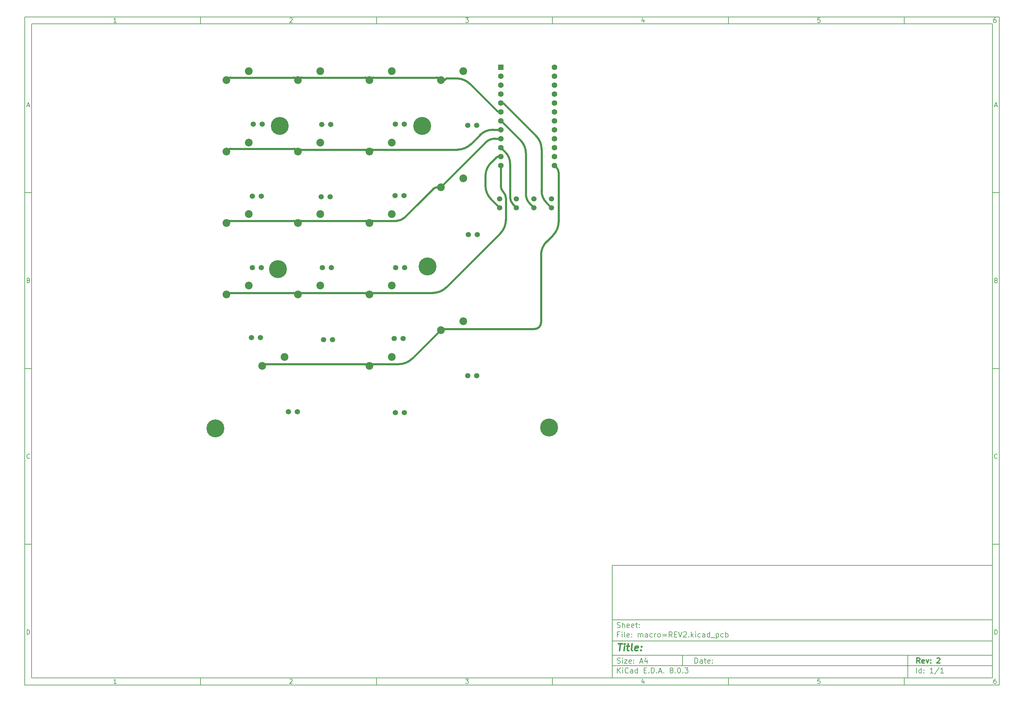
<source format=gbr>
%TF.GenerationSoftware,KiCad,Pcbnew,8.0.3*%
%TF.CreationDate,2024-06-18T21:33:20+02:00*%
%TF.ProjectId,macro=REV2,6d616372-6f3d-4524-9556-322e6b696361,2*%
%TF.SameCoordinates,Original*%
%TF.FileFunction,Copper,L2,Bot*%
%TF.FilePolarity,Positive*%
%FSLAX46Y46*%
G04 Gerber Fmt 4.6, Leading zero omitted, Abs format (unit mm)*
G04 Created by KiCad (PCBNEW 8.0.3) date 2024-06-18 21:33:20*
%MOMM*%
%LPD*%
G01*
G04 APERTURE LIST*
%ADD10C,0.100000*%
%ADD11C,0.150000*%
%ADD12C,0.300000*%
%ADD13C,0.400000*%
%TA.AperFunction,ComponentPad*%
%ADD14C,1.500000*%
%TD*%
%TA.AperFunction,ComponentPad*%
%ADD15C,2.200000*%
%TD*%
%TA.AperFunction,ComponentPad*%
%ADD16C,1.600000*%
%TD*%
%TA.AperFunction,ComponentPad*%
%ADD17R,1.600000X1.600000*%
%TD*%
%TA.AperFunction,ViaPad*%
%ADD18C,5.100000*%
%TD*%
%TA.AperFunction,Conductor*%
%ADD19C,0.600000*%
%TD*%
G04 APERTURE END LIST*
D10*
D11*
X177002200Y-166007200D02*
X285002200Y-166007200D01*
X285002200Y-198007200D01*
X177002200Y-198007200D01*
X177002200Y-166007200D01*
D10*
D11*
X10000000Y-10000000D02*
X287002200Y-10000000D01*
X287002200Y-200007200D01*
X10000000Y-200007200D01*
X10000000Y-10000000D01*
D10*
D11*
X12000000Y-12000000D02*
X285002200Y-12000000D01*
X285002200Y-198007200D01*
X12000000Y-198007200D01*
X12000000Y-12000000D01*
D10*
D11*
X60000000Y-12000000D02*
X60000000Y-10000000D01*
D10*
D11*
X110000000Y-12000000D02*
X110000000Y-10000000D01*
D10*
D11*
X160000000Y-12000000D02*
X160000000Y-10000000D01*
D10*
D11*
X210000000Y-12000000D02*
X210000000Y-10000000D01*
D10*
D11*
X260000000Y-12000000D02*
X260000000Y-10000000D01*
D10*
D11*
X36089160Y-11593604D02*
X35346303Y-11593604D01*
X35717731Y-11593604D02*
X35717731Y-10293604D01*
X35717731Y-10293604D02*
X35593922Y-10479319D01*
X35593922Y-10479319D02*
X35470112Y-10603128D01*
X35470112Y-10603128D02*
X35346303Y-10665033D01*
D10*
D11*
X85346303Y-10417414D02*
X85408207Y-10355509D01*
X85408207Y-10355509D02*
X85532017Y-10293604D01*
X85532017Y-10293604D02*
X85841541Y-10293604D01*
X85841541Y-10293604D02*
X85965350Y-10355509D01*
X85965350Y-10355509D02*
X86027255Y-10417414D01*
X86027255Y-10417414D02*
X86089160Y-10541223D01*
X86089160Y-10541223D02*
X86089160Y-10665033D01*
X86089160Y-10665033D02*
X86027255Y-10850747D01*
X86027255Y-10850747D02*
X85284398Y-11593604D01*
X85284398Y-11593604D02*
X86089160Y-11593604D01*
D10*
D11*
X135284398Y-10293604D02*
X136089160Y-10293604D01*
X136089160Y-10293604D02*
X135655826Y-10788842D01*
X135655826Y-10788842D02*
X135841541Y-10788842D01*
X135841541Y-10788842D02*
X135965350Y-10850747D01*
X135965350Y-10850747D02*
X136027255Y-10912652D01*
X136027255Y-10912652D02*
X136089160Y-11036461D01*
X136089160Y-11036461D02*
X136089160Y-11345985D01*
X136089160Y-11345985D02*
X136027255Y-11469795D01*
X136027255Y-11469795D02*
X135965350Y-11531700D01*
X135965350Y-11531700D02*
X135841541Y-11593604D01*
X135841541Y-11593604D02*
X135470112Y-11593604D01*
X135470112Y-11593604D02*
X135346303Y-11531700D01*
X135346303Y-11531700D02*
X135284398Y-11469795D01*
D10*
D11*
X185965350Y-10726938D02*
X185965350Y-11593604D01*
X185655826Y-10231700D02*
X185346303Y-11160271D01*
X185346303Y-11160271D02*
X186151064Y-11160271D01*
D10*
D11*
X236027255Y-10293604D02*
X235408207Y-10293604D01*
X235408207Y-10293604D02*
X235346303Y-10912652D01*
X235346303Y-10912652D02*
X235408207Y-10850747D01*
X235408207Y-10850747D02*
X235532017Y-10788842D01*
X235532017Y-10788842D02*
X235841541Y-10788842D01*
X235841541Y-10788842D02*
X235965350Y-10850747D01*
X235965350Y-10850747D02*
X236027255Y-10912652D01*
X236027255Y-10912652D02*
X236089160Y-11036461D01*
X236089160Y-11036461D02*
X236089160Y-11345985D01*
X236089160Y-11345985D02*
X236027255Y-11469795D01*
X236027255Y-11469795D02*
X235965350Y-11531700D01*
X235965350Y-11531700D02*
X235841541Y-11593604D01*
X235841541Y-11593604D02*
X235532017Y-11593604D01*
X235532017Y-11593604D02*
X235408207Y-11531700D01*
X235408207Y-11531700D02*
X235346303Y-11469795D01*
D10*
D11*
X285965350Y-10293604D02*
X285717731Y-10293604D01*
X285717731Y-10293604D02*
X285593922Y-10355509D01*
X285593922Y-10355509D02*
X285532017Y-10417414D01*
X285532017Y-10417414D02*
X285408207Y-10603128D01*
X285408207Y-10603128D02*
X285346303Y-10850747D01*
X285346303Y-10850747D02*
X285346303Y-11345985D01*
X285346303Y-11345985D02*
X285408207Y-11469795D01*
X285408207Y-11469795D02*
X285470112Y-11531700D01*
X285470112Y-11531700D02*
X285593922Y-11593604D01*
X285593922Y-11593604D02*
X285841541Y-11593604D01*
X285841541Y-11593604D02*
X285965350Y-11531700D01*
X285965350Y-11531700D02*
X286027255Y-11469795D01*
X286027255Y-11469795D02*
X286089160Y-11345985D01*
X286089160Y-11345985D02*
X286089160Y-11036461D01*
X286089160Y-11036461D02*
X286027255Y-10912652D01*
X286027255Y-10912652D02*
X285965350Y-10850747D01*
X285965350Y-10850747D02*
X285841541Y-10788842D01*
X285841541Y-10788842D02*
X285593922Y-10788842D01*
X285593922Y-10788842D02*
X285470112Y-10850747D01*
X285470112Y-10850747D02*
X285408207Y-10912652D01*
X285408207Y-10912652D02*
X285346303Y-11036461D01*
D10*
D11*
X60000000Y-198007200D02*
X60000000Y-200007200D01*
D10*
D11*
X110000000Y-198007200D02*
X110000000Y-200007200D01*
D10*
D11*
X160000000Y-198007200D02*
X160000000Y-200007200D01*
D10*
D11*
X210000000Y-198007200D02*
X210000000Y-200007200D01*
D10*
D11*
X260000000Y-198007200D02*
X260000000Y-200007200D01*
D10*
D11*
X36089160Y-199600804D02*
X35346303Y-199600804D01*
X35717731Y-199600804D02*
X35717731Y-198300804D01*
X35717731Y-198300804D02*
X35593922Y-198486519D01*
X35593922Y-198486519D02*
X35470112Y-198610328D01*
X35470112Y-198610328D02*
X35346303Y-198672233D01*
D10*
D11*
X85346303Y-198424614D02*
X85408207Y-198362709D01*
X85408207Y-198362709D02*
X85532017Y-198300804D01*
X85532017Y-198300804D02*
X85841541Y-198300804D01*
X85841541Y-198300804D02*
X85965350Y-198362709D01*
X85965350Y-198362709D02*
X86027255Y-198424614D01*
X86027255Y-198424614D02*
X86089160Y-198548423D01*
X86089160Y-198548423D02*
X86089160Y-198672233D01*
X86089160Y-198672233D02*
X86027255Y-198857947D01*
X86027255Y-198857947D02*
X85284398Y-199600804D01*
X85284398Y-199600804D02*
X86089160Y-199600804D01*
D10*
D11*
X135284398Y-198300804D02*
X136089160Y-198300804D01*
X136089160Y-198300804D02*
X135655826Y-198796042D01*
X135655826Y-198796042D02*
X135841541Y-198796042D01*
X135841541Y-198796042D02*
X135965350Y-198857947D01*
X135965350Y-198857947D02*
X136027255Y-198919852D01*
X136027255Y-198919852D02*
X136089160Y-199043661D01*
X136089160Y-199043661D02*
X136089160Y-199353185D01*
X136089160Y-199353185D02*
X136027255Y-199476995D01*
X136027255Y-199476995D02*
X135965350Y-199538900D01*
X135965350Y-199538900D02*
X135841541Y-199600804D01*
X135841541Y-199600804D02*
X135470112Y-199600804D01*
X135470112Y-199600804D02*
X135346303Y-199538900D01*
X135346303Y-199538900D02*
X135284398Y-199476995D01*
D10*
D11*
X185965350Y-198734138D02*
X185965350Y-199600804D01*
X185655826Y-198238900D02*
X185346303Y-199167471D01*
X185346303Y-199167471D02*
X186151064Y-199167471D01*
D10*
D11*
X236027255Y-198300804D02*
X235408207Y-198300804D01*
X235408207Y-198300804D02*
X235346303Y-198919852D01*
X235346303Y-198919852D02*
X235408207Y-198857947D01*
X235408207Y-198857947D02*
X235532017Y-198796042D01*
X235532017Y-198796042D02*
X235841541Y-198796042D01*
X235841541Y-198796042D02*
X235965350Y-198857947D01*
X235965350Y-198857947D02*
X236027255Y-198919852D01*
X236027255Y-198919852D02*
X236089160Y-199043661D01*
X236089160Y-199043661D02*
X236089160Y-199353185D01*
X236089160Y-199353185D02*
X236027255Y-199476995D01*
X236027255Y-199476995D02*
X235965350Y-199538900D01*
X235965350Y-199538900D02*
X235841541Y-199600804D01*
X235841541Y-199600804D02*
X235532017Y-199600804D01*
X235532017Y-199600804D02*
X235408207Y-199538900D01*
X235408207Y-199538900D02*
X235346303Y-199476995D01*
D10*
D11*
X285965350Y-198300804D02*
X285717731Y-198300804D01*
X285717731Y-198300804D02*
X285593922Y-198362709D01*
X285593922Y-198362709D02*
X285532017Y-198424614D01*
X285532017Y-198424614D02*
X285408207Y-198610328D01*
X285408207Y-198610328D02*
X285346303Y-198857947D01*
X285346303Y-198857947D02*
X285346303Y-199353185D01*
X285346303Y-199353185D02*
X285408207Y-199476995D01*
X285408207Y-199476995D02*
X285470112Y-199538900D01*
X285470112Y-199538900D02*
X285593922Y-199600804D01*
X285593922Y-199600804D02*
X285841541Y-199600804D01*
X285841541Y-199600804D02*
X285965350Y-199538900D01*
X285965350Y-199538900D02*
X286027255Y-199476995D01*
X286027255Y-199476995D02*
X286089160Y-199353185D01*
X286089160Y-199353185D02*
X286089160Y-199043661D01*
X286089160Y-199043661D02*
X286027255Y-198919852D01*
X286027255Y-198919852D02*
X285965350Y-198857947D01*
X285965350Y-198857947D02*
X285841541Y-198796042D01*
X285841541Y-198796042D02*
X285593922Y-198796042D01*
X285593922Y-198796042D02*
X285470112Y-198857947D01*
X285470112Y-198857947D02*
X285408207Y-198919852D01*
X285408207Y-198919852D02*
X285346303Y-199043661D01*
D10*
D11*
X10000000Y-60000000D02*
X12000000Y-60000000D01*
D10*
D11*
X10000000Y-110000000D02*
X12000000Y-110000000D01*
D10*
D11*
X10000000Y-160000000D02*
X12000000Y-160000000D01*
D10*
D11*
X10690476Y-35222176D02*
X11309523Y-35222176D01*
X10566666Y-35593604D02*
X10999999Y-34293604D01*
X10999999Y-34293604D02*
X11433333Y-35593604D01*
D10*
D11*
X11092857Y-84912652D02*
X11278571Y-84974557D01*
X11278571Y-84974557D02*
X11340476Y-85036461D01*
X11340476Y-85036461D02*
X11402380Y-85160271D01*
X11402380Y-85160271D02*
X11402380Y-85345985D01*
X11402380Y-85345985D02*
X11340476Y-85469795D01*
X11340476Y-85469795D02*
X11278571Y-85531700D01*
X11278571Y-85531700D02*
X11154761Y-85593604D01*
X11154761Y-85593604D02*
X10659523Y-85593604D01*
X10659523Y-85593604D02*
X10659523Y-84293604D01*
X10659523Y-84293604D02*
X11092857Y-84293604D01*
X11092857Y-84293604D02*
X11216666Y-84355509D01*
X11216666Y-84355509D02*
X11278571Y-84417414D01*
X11278571Y-84417414D02*
X11340476Y-84541223D01*
X11340476Y-84541223D02*
X11340476Y-84665033D01*
X11340476Y-84665033D02*
X11278571Y-84788842D01*
X11278571Y-84788842D02*
X11216666Y-84850747D01*
X11216666Y-84850747D02*
X11092857Y-84912652D01*
X11092857Y-84912652D02*
X10659523Y-84912652D01*
D10*
D11*
X11402380Y-135469795D02*
X11340476Y-135531700D01*
X11340476Y-135531700D02*
X11154761Y-135593604D01*
X11154761Y-135593604D02*
X11030952Y-135593604D01*
X11030952Y-135593604D02*
X10845238Y-135531700D01*
X10845238Y-135531700D02*
X10721428Y-135407890D01*
X10721428Y-135407890D02*
X10659523Y-135284080D01*
X10659523Y-135284080D02*
X10597619Y-135036461D01*
X10597619Y-135036461D02*
X10597619Y-134850747D01*
X10597619Y-134850747D02*
X10659523Y-134603128D01*
X10659523Y-134603128D02*
X10721428Y-134479319D01*
X10721428Y-134479319D02*
X10845238Y-134355509D01*
X10845238Y-134355509D02*
X11030952Y-134293604D01*
X11030952Y-134293604D02*
X11154761Y-134293604D01*
X11154761Y-134293604D02*
X11340476Y-134355509D01*
X11340476Y-134355509D02*
X11402380Y-134417414D01*
D10*
D11*
X10659523Y-185593604D02*
X10659523Y-184293604D01*
X10659523Y-184293604D02*
X10969047Y-184293604D01*
X10969047Y-184293604D02*
X11154761Y-184355509D01*
X11154761Y-184355509D02*
X11278571Y-184479319D01*
X11278571Y-184479319D02*
X11340476Y-184603128D01*
X11340476Y-184603128D02*
X11402380Y-184850747D01*
X11402380Y-184850747D02*
X11402380Y-185036461D01*
X11402380Y-185036461D02*
X11340476Y-185284080D01*
X11340476Y-185284080D02*
X11278571Y-185407890D01*
X11278571Y-185407890D02*
X11154761Y-185531700D01*
X11154761Y-185531700D02*
X10969047Y-185593604D01*
X10969047Y-185593604D02*
X10659523Y-185593604D01*
D10*
D11*
X287002200Y-60000000D02*
X285002200Y-60000000D01*
D10*
D11*
X287002200Y-110000000D02*
X285002200Y-110000000D01*
D10*
D11*
X287002200Y-160000000D02*
X285002200Y-160000000D01*
D10*
D11*
X285692676Y-35222176D02*
X286311723Y-35222176D01*
X285568866Y-35593604D02*
X286002199Y-34293604D01*
X286002199Y-34293604D02*
X286435533Y-35593604D01*
D10*
D11*
X286095057Y-84912652D02*
X286280771Y-84974557D01*
X286280771Y-84974557D02*
X286342676Y-85036461D01*
X286342676Y-85036461D02*
X286404580Y-85160271D01*
X286404580Y-85160271D02*
X286404580Y-85345985D01*
X286404580Y-85345985D02*
X286342676Y-85469795D01*
X286342676Y-85469795D02*
X286280771Y-85531700D01*
X286280771Y-85531700D02*
X286156961Y-85593604D01*
X286156961Y-85593604D02*
X285661723Y-85593604D01*
X285661723Y-85593604D02*
X285661723Y-84293604D01*
X285661723Y-84293604D02*
X286095057Y-84293604D01*
X286095057Y-84293604D02*
X286218866Y-84355509D01*
X286218866Y-84355509D02*
X286280771Y-84417414D01*
X286280771Y-84417414D02*
X286342676Y-84541223D01*
X286342676Y-84541223D02*
X286342676Y-84665033D01*
X286342676Y-84665033D02*
X286280771Y-84788842D01*
X286280771Y-84788842D02*
X286218866Y-84850747D01*
X286218866Y-84850747D02*
X286095057Y-84912652D01*
X286095057Y-84912652D02*
X285661723Y-84912652D01*
D10*
D11*
X286404580Y-135469795D02*
X286342676Y-135531700D01*
X286342676Y-135531700D02*
X286156961Y-135593604D01*
X286156961Y-135593604D02*
X286033152Y-135593604D01*
X286033152Y-135593604D02*
X285847438Y-135531700D01*
X285847438Y-135531700D02*
X285723628Y-135407890D01*
X285723628Y-135407890D02*
X285661723Y-135284080D01*
X285661723Y-135284080D02*
X285599819Y-135036461D01*
X285599819Y-135036461D02*
X285599819Y-134850747D01*
X285599819Y-134850747D02*
X285661723Y-134603128D01*
X285661723Y-134603128D02*
X285723628Y-134479319D01*
X285723628Y-134479319D02*
X285847438Y-134355509D01*
X285847438Y-134355509D02*
X286033152Y-134293604D01*
X286033152Y-134293604D02*
X286156961Y-134293604D01*
X286156961Y-134293604D02*
X286342676Y-134355509D01*
X286342676Y-134355509D02*
X286404580Y-134417414D01*
D10*
D11*
X285661723Y-185593604D02*
X285661723Y-184293604D01*
X285661723Y-184293604D02*
X285971247Y-184293604D01*
X285971247Y-184293604D02*
X286156961Y-184355509D01*
X286156961Y-184355509D02*
X286280771Y-184479319D01*
X286280771Y-184479319D02*
X286342676Y-184603128D01*
X286342676Y-184603128D02*
X286404580Y-184850747D01*
X286404580Y-184850747D02*
X286404580Y-185036461D01*
X286404580Y-185036461D02*
X286342676Y-185284080D01*
X286342676Y-185284080D02*
X286280771Y-185407890D01*
X286280771Y-185407890D02*
X286156961Y-185531700D01*
X286156961Y-185531700D02*
X285971247Y-185593604D01*
X285971247Y-185593604D02*
X285661723Y-185593604D01*
D10*
D11*
X200458026Y-193793328D02*
X200458026Y-192293328D01*
X200458026Y-192293328D02*
X200815169Y-192293328D01*
X200815169Y-192293328D02*
X201029455Y-192364757D01*
X201029455Y-192364757D02*
X201172312Y-192507614D01*
X201172312Y-192507614D02*
X201243741Y-192650471D01*
X201243741Y-192650471D02*
X201315169Y-192936185D01*
X201315169Y-192936185D02*
X201315169Y-193150471D01*
X201315169Y-193150471D02*
X201243741Y-193436185D01*
X201243741Y-193436185D02*
X201172312Y-193579042D01*
X201172312Y-193579042D02*
X201029455Y-193721900D01*
X201029455Y-193721900D02*
X200815169Y-193793328D01*
X200815169Y-193793328D02*
X200458026Y-193793328D01*
X202600884Y-193793328D02*
X202600884Y-193007614D01*
X202600884Y-193007614D02*
X202529455Y-192864757D01*
X202529455Y-192864757D02*
X202386598Y-192793328D01*
X202386598Y-192793328D02*
X202100884Y-192793328D01*
X202100884Y-192793328D02*
X201958026Y-192864757D01*
X202600884Y-193721900D02*
X202458026Y-193793328D01*
X202458026Y-193793328D02*
X202100884Y-193793328D01*
X202100884Y-193793328D02*
X201958026Y-193721900D01*
X201958026Y-193721900D02*
X201886598Y-193579042D01*
X201886598Y-193579042D02*
X201886598Y-193436185D01*
X201886598Y-193436185D02*
X201958026Y-193293328D01*
X201958026Y-193293328D02*
X202100884Y-193221900D01*
X202100884Y-193221900D02*
X202458026Y-193221900D01*
X202458026Y-193221900D02*
X202600884Y-193150471D01*
X203100884Y-192793328D02*
X203672312Y-192793328D01*
X203315169Y-192293328D02*
X203315169Y-193579042D01*
X203315169Y-193579042D02*
X203386598Y-193721900D01*
X203386598Y-193721900D02*
X203529455Y-193793328D01*
X203529455Y-193793328D02*
X203672312Y-193793328D01*
X204743741Y-193721900D02*
X204600884Y-193793328D01*
X204600884Y-193793328D02*
X204315170Y-193793328D01*
X204315170Y-193793328D02*
X204172312Y-193721900D01*
X204172312Y-193721900D02*
X204100884Y-193579042D01*
X204100884Y-193579042D02*
X204100884Y-193007614D01*
X204100884Y-193007614D02*
X204172312Y-192864757D01*
X204172312Y-192864757D02*
X204315170Y-192793328D01*
X204315170Y-192793328D02*
X204600884Y-192793328D01*
X204600884Y-192793328D02*
X204743741Y-192864757D01*
X204743741Y-192864757D02*
X204815170Y-193007614D01*
X204815170Y-193007614D02*
X204815170Y-193150471D01*
X204815170Y-193150471D02*
X204100884Y-193293328D01*
X205458026Y-193650471D02*
X205529455Y-193721900D01*
X205529455Y-193721900D02*
X205458026Y-193793328D01*
X205458026Y-193793328D02*
X205386598Y-193721900D01*
X205386598Y-193721900D02*
X205458026Y-193650471D01*
X205458026Y-193650471D02*
X205458026Y-193793328D01*
X205458026Y-192864757D02*
X205529455Y-192936185D01*
X205529455Y-192936185D02*
X205458026Y-193007614D01*
X205458026Y-193007614D02*
X205386598Y-192936185D01*
X205386598Y-192936185D02*
X205458026Y-192864757D01*
X205458026Y-192864757D02*
X205458026Y-193007614D01*
D10*
D11*
X177002200Y-194507200D02*
X285002200Y-194507200D01*
D10*
D11*
X178458026Y-196593328D02*
X178458026Y-195093328D01*
X179315169Y-196593328D02*
X178672312Y-195736185D01*
X179315169Y-195093328D02*
X178458026Y-195950471D01*
X179958026Y-196593328D02*
X179958026Y-195593328D01*
X179958026Y-195093328D02*
X179886598Y-195164757D01*
X179886598Y-195164757D02*
X179958026Y-195236185D01*
X179958026Y-195236185D02*
X180029455Y-195164757D01*
X180029455Y-195164757D02*
X179958026Y-195093328D01*
X179958026Y-195093328D02*
X179958026Y-195236185D01*
X181529455Y-196450471D02*
X181458027Y-196521900D01*
X181458027Y-196521900D02*
X181243741Y-196593328D01*
X181243741Y-196593328D02*
X181100884Y-196593328D01*
X181100884Y-196593328D02*
X180886598Y-196521900D01*
X180886598Y-196521900D02*
X180743741Y-196379042D01*
X180743741Y-196379042D02*
X180672312Y-196236185D01*
X180672312Y-196236185D02*
X180600884Y-195950471D01*
X180600884Y-195950471D02*
X180600884Y-195736185D01*
X180600884Y-195736185D02*
X180672312Y-195450471D01*
X180672312Y-195450471D02*
X180743741Y-195307614D01*
X180743741Y-195307614D02*
X180886598Y-195164757D01*
X180886598Y-195164757D02*
X181100884Y-195093328D01*
X181100884Y-195093328D02*
X181243741Y-195093328D01*
X181243741Y-195093328D02*
X181458027Y-195164757D01*
X181458027Y-195164757D02*
X181529455Y-195236185D01*
X182815170Y-196593328D02*
X182815170Y-195807614D01*
X182815170Y-195807614D02*
X182743741Y-195664757D01*
X182743741Y-195664757D02*
X182600884Y-195593328D01*
X182600884Y-195593328D02*
X182315170Y-195593328D01*
X182315170Y-195593328D02*
X182172312Y-195664757D01*
X182815170Y-196521900D02*
X182672312Y-196593328D01*
X182672312Y-196593328D02*
X182315170Y-196593328D01*
X182315170Y-196593328D02*
X182172312Y-196521900D01*
X182172312Y-196521900D02*
X182100884Y-196379042D01*
X182100884Y-196379042D02*
X182100884Y-196236185D01*
X182100884Y-196236185D02*
X182172312Y-196093328D01*
X182172312Y-196093328D02*
X182315170Y-196021900D01*
X182315170Y-196021900D02*
X182672312Y-196021900D01*
X182672312Y-196021900D02*
X182815170Y-195950471D01*
X184172313Y-196593328D02*
X184172313Y-195093328D01*
X184172313Y-196521900D02*
X184029455Y-196593328D01*
X184029455Y-196593328D02*
X183743741Y-196593328D01*
X183743741Y-196593328D02*
X183600884Y-196521900D01*
X183600884Y-196521900D02*
X183529455Y-196450471D01*
X183529455Y-196450471D02*
X183458027Y-196307614D01*
X183458027Y-196307614D02*
X183458027Y-195879042D01*
X183458027Y-195879042D02*
X183529455Y-195736185D01*
X183529455Y-195736185D02*
X183600884Y-195664757D01*
X183600884Y-195664757D02*
X183743741Y-195593328D01*
X183743741Y-195593328D02*
X184029455Y-195593328D01*
X184029455Y-195593328D02*
X184172313Y-195664757D01*
X186029455Y-195807614D02*
X186529455Y-195807614D01*
X186743741Y-196593328D02*
X186029455Y-196593328D01*
X186029455Y-196593328D02*
X186029455Y-195093328D01*
X186029455Y-195093328D02*
X186743741Y-195093328D01*
X187386598Y-196450471D02*
X187458027Y-196521900D01*
X187458027Y-196521900D02*
X187386598Y-196593328D01*
X187386598Y-196593328D02*
X187315170Y-196521900D01*
X187315170Y-196521900D02*
X187386598Y-196450471D01*
X187386598Y-196450471D02*
X187386598Y-196593328D01*
X188100884Y-196593328D02*
X188100884Y-195093328D01*
X188100884Y-195093328D02*
X188458027Y-195093328D01*
X188458027Y-195093328D02*
X188672313Y-195164757D01*
X188672313Y-195164757D02*
X188815170Y-195307614D01*
X188815170Y-195307614D02*
X188886599Y-195450471D01*
X188886599Y-195450471D02*
X188958027Y-195736185D01*
X188958027Y-195736185D02*
X188958027Y-195950471D01*
X188958027Y-195950471D02*
X188886599Y-196236185D01*
X188886599Y-196236185D02*
X188815170Y-196379042D01*
X188815170Y-196379042D02*
X188672313Y-196521900D01*
X188672313Y-196521900D02*
X188458027Y-196593328D01*
X188458027Y-196593328D02*
X188100884Y-196593328D01*
X189600884Y-196450471D02*
X189672313Y-196521900D01*
X189672313Y-196521900D02*
X189600884Y-196593328D01*
X189600884Y-196593328D02*
X189529456Y-196521900D01*
X189529456Y-196521900D02*
X189600884Y-196450471D01*
X189600884Y-196450471D02*
X189600884Y-196593328D01*
X190243742Y-196164757D02*
X190958028Y-196164757D01*
X190100885Y-196593328D02*
X190600885Y-195093328D01*
X190600885Y-195093328D02*
X191100885Y-196593328D01*
X191600884Y-196450471D02*
X191672313Y-196521900D01*
X191672313Y-196521900D02*
X191600884Y-196593328D01*
X191600884Y-196593328D02*
X191529456Y-196521900D01*
X191529456Y-196521900D02*
X191600884Y-196450471D01*
X191600884Y-196450471D02*
X191600884Y-196593328D01*
X193672313Y-195736185D02*
X193529456Y-195664757D01*
X193529456Y-195664757D02*
X193458027Y-195593328D01*
X193458027Y-195593328D02*
X193386599Y-195450471D01*
X193386599Y-195450471D02*
X193386599Y-195379042D01*
X193386599Y-195379042D02*
X193458027Y-195236185D01*
X193458027Y-195236185D02*
X193529456Y-195164757D01*
X193529456Y-195164757D02*
X193672313Y-195093328D01*
X193672313Y-195093328D02*
X193958027Y-195093328D01*
X193958027Y-195093328D02*
X194100885Y-195164757D01*
X194100885Y-195164757D02*
X194172313Y-195236185D01*
X194172313Y-195236185D02*
X194243742Y-195379042D01*
X194243742Y-195379042D02*
X194243742Y-195450471D01*
X194243742Y-195450471D02*
X194172313Y-195593328D01*
X194172313Y-195593328D02*
X194100885Y-195664757D01*
X194100885Y-195664757D02*
X193958027Y-195736185D01*
X193958027Y-195736185D02*
X193672313Y-195736185D01*
X193672313Y-195736185D02*
X193529456Y-195807614D01*
X193529456Y-195807614D02*
X193458027Y-195879042D01*
X193458027Y-195879042D02*
X193386599Y-196021900D01*
X193386599Y-196021900D02*
X193386599Y-196307614D01*
X193386599Y-196307614D02*
X193458027Y-196450471D01*
X193458027Y-196450471D02*
X193529456Y-196521900D01*
X193529456Y-196521900D02*
X193672313Y-196593328D01*
X193672313Y-196593328D02*
X193958027Y-196593328D01*
X193958027Y-196593328D02*
X194100885Y-196521900D01*
X194100885Y-196521900D02*
X194172313Y-196450471D01*
X194172313Y-196450471D02*
X194243742Y-196307614D01*
X194243742Y-196307614D02*
X194243742Y-196021900D01*
X194243742Y-196021900D02*
X194172313Y-195879042D01*
X194172313Y-195879042D02*
X194100885Y-195807614D01*
X194100885Y-195807614D02*
X193958027Y-195736185D01*
X194886598Y-196450471D02*
X194958027Y-196521900D01*
X194958027Y-196521900D02*
X194886598Y-196593328D01*
X194886598Y-196593328D02*
X194815170Y-196521900D01*
X194815170Y-196521900D02*
X194886598Y-196450471D01*
X194886598Y-196450471D02*
X194886598Y-196593328D01*
X195886599Y-195093328D02*
X196029456Y-195093328D01*
X196029456Y-195093328D02*
X196172313Y-195164757D01*
X196172313Y-195164757D02*
X196243742Y-195236185D01*
X196243742Y-195236185D02*
X196315170Y-195379042D01*
X196315170Y-195379042D02*
X196386599Y-195664757D01*
X196386599Y-195664757D02*
X196386599Y-196021900D01*
X196386599Y-196021900D02*
X196315170Y-196307614D01*
X196315170Y-196307614D02*
X196243742Y-196450471D01*
X196243742Y-196450471D02*
X196172313Y-196521900D01*
X196172313Y-196521900D02*
X196029456Y-196593328D01*
X196029456Y-196593328D02*
X195886599Y-196593328D01*
X195886599Y-196593328D02*
X195743742Y-196521900D01*
X195743742Y-196521900D02*
X195672313Y-196450471D01*
X195672313Y-196450471D02*
X195600884Y-196307614D01*
X195600884Y-196307614D02*
X195529456Y-196021900D01*
X195529456Y-196021900D02*
X195529456Y-195664757D01*
X195529456Y-195664757D02*
X195600884Y-195379042D01*
X195600884Y-195379042D02*
X195672313Y-195236185D01*
X195672313Y-195236185D02*
X195743742Y-195164757D01*
X195743742Y-195164757D02*
X195886599Y-195093328D01*
X197029455Y-196450471D02*
X197100884Y-196521900D01*
X197100884Y-196521900D02*
X197029455Y-196593328D01*
X197029455Y-196593328D02*
X196958027Y-196521900D01*
X196958027Y-196521900D02*
X197029455Y-196450471D01*
X197029455Y-196450471D02*
X197029455Y-196593328D01*
X197600884Y-195093328D02*
X198529456Y-195093328D01*
X198529456Y-195093328D02*
X198029456Y-195664757D01*
X198029456Y-195664757D02*
X198243741Y-195664757D01*
X198243741Y-195664757D02*
X198386599Y-195736185D01*
X198386599Y-195736185D02*
X198458027Y-195807614D01*
X198458027Y-195807614D02*
X198529456Y-195950471D01*
X198529456Y-195950471D02*
X198529456Y-196307614D01*
X198529456Y-196307614D02*
X198458027Y-196450471D01*
X198458027Y-196450471D02*
X198386599Y-196521900D01*
X198386599Y-196521900D02*
X198243741Y-196593328D01*
X198243741Y-196593328D02*
X197815170Y-196593328D01*
X197815170Y-196593328D02*
X197672313Y-196521900D01*
X197672313Y-196521900D02*
X197600884Y-196450471D01*
D10*
D11*
X177002200Y-191507200D02*
X285002200Y-191507200D01*
D10*
D12*
X264413853Y-193785528D02*
X263913853Y-193071242D01*
X263556710Y-193785528D02*
X263556710Y-192285528D01*
X263556710Y-192285528D02*
X264128139Y-192285528D01*
X264128139Y-192285528D02*
X264270996Y-192356957D01*
X264270996Y-192356957D02*
X264342425Y-192428385D01*
X264342425Y-192428385D02*
X264413853Y-192571242D01*
X264413853Y-192571242D02*
X264413853Y-192785528D01*
X264413853Y-192785528D02*
X264342425Y-192928385D01*
X264342425Y-192928385D02*
X264270996Y-192999814D01*
X264270996Y-192999814D02*
X264128139Y-193071242D01*
X264128139Y-193071242D02*
X263556710Y-193071242D01*
X265628139Y-193714100D02*
X265485282Y-193785528D01*
X265485282Y-193785528D02*
X265199568Y-193785528D01*
X265199568Y-193785528D02*
X265056710Y-193714100D01*
X265056710Y-193714100D02*
X264985282Y-193571242D01*
X264985282Y-193571242D02*
X264985282Y-192999814D01*
X264985282Y-192999814D02*
X265056710Y-192856957D01*
X265056710Y-192856957D02*
X265199568Y-192785528D01*
X265199568Y-192785528D02*
X265485282Y-192785528D01*
X265485282Y-192785528D02*
X265628139Y-192856957D01*
X265628139Y-192856957D02*
X265699568Y-192999814D01*
X265699568Y-192999814D02*
X265699568Y-193142671D01*
X265699568Y-193142671D02*
X264985282Y-193285528D01*
X266199567Y-192785528D02*
X266556710Y-193785528D01*
X266556710Y-193785528D02*
X266913853Y-192785528D01*
X267485281Y-193642671D02*
X267556710Y-193714100D01*
X267556710Y-193714100D02*
X267485281Y-193785528D01*
X267485281Y-193785528D02*
X267413853Y-193714100D01*
X267413853Y-193714100D02*
X267485281Y-193642671D01*
X267485281Y-193642671D02*
X267485281Y-193785528D01*
X267485281Y-192856957D02*
X267556710Y-192928385D01*
X267556710Y-192928385D02*
X267485281Y-192999814D01*
X267485281Y-192999814D02*
X267413853Y-192928385D01*
X267413853Y-192928385D02*
X267485281Y-192856957D01*
X267485281Y-192856957D02*
X267485281Y-192999814D01*
X269270996Y-192428385D02*
X269342424Y-192356957D01*
X269342424Y-192356957D02*
X269485282Y-192285528D01*
X269485282Y-192285528D02*
X269842424Y-192285528D01*
X269842424Y-192285528D02*
X269985282Y-192356957D01*
X269985282Y-192356957D02*
X270056710Y-192428385D01*
X270056710Y-192428385D02*
X270128139Y-192571242D01*
X270128139Y-192571242D02*
X270128139Y-192714100D01*
X270128139Y-192714100D02*
X270056710Y-192928385D01*
X270056710Y-192928385D02*
X269199567Y-193785528D01*
X269199567Y-193785528D02*
X270128139Y-193785528D01*
D10*
D11*
X178386598Y-193721900D02*
X178600884Y-193793328D01*
X178600884Y-193793328D02*
X178958026Y-193793328D01*
X178958026Y-193793328D02*
X179100884Y-193721900D01*
X179100884Y-193721900D02*
X179172312Y-193650471D01*
X179172312Y-193650471D02*
X179243741Y-193507614D01*
X179243741Y-193507614D02*
X179243741Y-193364757D01*
X179243741Y-193364757D02*
X179172312Y-193221900D01*
X179172312Y-193221900D02*
X179100884Y-193150471D01*
X179100884Y-193150471D02*
X178958026Y-193079042D01*
X178958026Y-193079042D02*
X178672312Y-193007614D01*
X178672312Y-193007614D02*
X178529455Y-192936185D01*
X178529455Y-192936185D02*
X178458026Y-192864757D01*
X178458026Y-192864757D02*
X178386598Y-192721900D01*
X178386598Y-192721900D02*
X178386598Y-192579042D01*
X178386598Y-192579042D02*
X178458026Y-192436185D01*
X178458026Y-192436185D02*
X178529455Y-192364757D01*
X178529455Y-192364757D02*
X178672312Y-192293328D01*
X178672312Y-192293328D02*
X179029455Y-192293328D01*
X179029455Y-192293328D02*
X179243741Y-192364757D01*
X179886597Y-193793328D02*
X179886597Y-192793328D01*
X179886597Y-192293328D02*
X179815169Y-192364757D01*
X179815169Y-192364757D02*
X179886597Y-192436185D01*
X179886597Y-192436185D02*
X179958026Y-192364757D01*
X179958026Y-192364757D02*
X179886597Y-192293328D01*
X179886597Y-192293328D02*
X179886597Y-192436185D01*
X180458026Y-192793328D02*
X181243741Y-192793328D01*
X181243741Y-192793328D02*
X180458026Y-193793328D01*
X180458026Y-193793328D02*
X181243741Y-193793328D01*
X182386598Y-193721900D02*
X182243741Y-193793328D01*
X182243741Y-193793328D02*
X181958027Y-193793328D01*
X181958027Y-193793328D02*
X181815169Y-193721900D01*
X181815169Y-193721900D02*
X181743741Y-193579042D01*
X181743741Y-193579042D02*
X181743741Y-193007614D01*
X181743741Y-193007614D02*
X181815169Y-192864757D01*
X181815169Y-192864757D02*
X181958027Y-192793328D01*
X181958027Y-192793328D02*
X182243741Y-192793328D01*
X182243741Y-192793328D02*
X182386598Y-192864757D01*
X182386598Y-192864757D02*
X182458027Y-193007614D01*
X182458027Y-193007614D02*
X182458027Y-193150471D01*
X182458027Y-193150471D02*
X181743741Y-193293328D01*
X183100883Y-193650471D02*
X183172312Y-193721900D01*
X183172312Y-193721900D02*
X183100883Y-193793328D01*
X183100883Y-193793328D02*
X183029455Y-193721900D01*
X183029455Y-193721900D02*
X183100883Y-193650471D01*
X183100883Y-193650471D02*
X183100883Y-193793328D01*
X183100883Y-192864757D02*
X183172312Y-192936185D01*
X183172312Y-192936185D02*
X183100883Y-193007614D01*
X183100883Y-193007614D02*
X183029455Y-192936185D01*
X183029455Y-192936185D02*
X183100883Y-192864757D01*
X183100883Y-192864757D02*
X183100883Y-193007614D01*
X184886598Y-193364757D02*
X185600884Y-193364757D01*
X184743741Y-193793328D02*
X185243741Y-192293328D01*
X185243741Y-192293328D02*
X185743741Y-193793328D01*
X186886598Y-192793328D02*
X186886598Y-193793328D01*
X186529455Y-192221900D02*
X186172312Y-193293328D01*
X186172312Y-193293328D02*
X187100883Y-193293328D01*
D10*
D11*
X263458026Y-196593328D02*
X263458026Y-195093328D01*
X264815170Y-196593328D02*
X264815170Y-195093328D01*
X264815170Y-196521900D02*
X264672312Y-196593328D01*
X264672312Y-196593328D02*
X264386598Y-196593328D01*
X264386598Y-196593328D02*
X264243741Y-196521900D01*
X264243741Y-196521900D02*
X264172312Y-196450471D01*
X264172312Y-196450471D02*
X264100884Y-196307614D01*
X264100884Y-196307614D02*
X264100884Y-195879042D01*
X264100884Y-195879042D02*
X264172312Y-195736185D01*
X264172312Y-195736185D02*
X264243741Y-195664757D01*
X264243741Y-195664757D02*
X264386598Y-195593328D01*
X264386598Y-195593328D02*
X264672312Y-195593328D01*
X264672312Y-195593328D02*
X264815170Y-195664757D01*
X265529455Y-196450471D02*
X265600884Y-196521900D01*
X265600884Y-196521900D02*
X265529455Y-196593328D01*
X265529455Y-196593328D02*
X265458027Y-196521900D01*
X265458027Y-196521900D02*
X265529455Y-196450471D01*
X265529455Y-196450471D02*
X265529455Y-196593328D01*
X265529455Y-195664757D02*
X265600884Y-195736185D01*
X265600884Y-195736185D02*
X265529455Y-195807614D01*
X265529455Y-195807614D02*
X265458027Y-195736185D01*
X265458027Y-195736185D02*
X265529455Y-195664757D01*
X265529455Y-195664757D02*
X265529455Y-195807614D01*
X268172313Y-196593328D02*
X267315170Y-196593328D01*
X267743741Y-196593328D02*
X267743741Y-195093328D01*
X267743741Y-195093328D02*
X267600884Y-195307614D01*
X267600884Y-195307614D02*
X267458027Y-195450471D01*
X267458027Y-195450471D02*
X267315170Y-195521900D01*
X269886598Y-195021900D02*
X268600884Y-196950471D01*
X271172313Y-196593328D02*
X270315170Y-196593328D01*
X270743741Y-196593328D02*
X270743741Y-195093328D01*
X270743741Y-195093328D02*
X270600884Y-195307614D01*
X270600884Y-195307614D02*
X270458027Y-195450471D01*
X270458027Y-195450471D02*
X270315170Y-195521900D01*
D10*
D11*
X177002200Y-187507200D02*
X285002200Y-187507200D01*
D10*
D13*
X178693928Y-188211638D02*
X179836785Y-188211638D01*
X179015357Y-190211638D02*
X179265357Y-188211638D01*
X180253452Y-190211638D02*
X180420119Y-188878304D01*
X180503452Y-188211638D02*
X180396309Y-188306876D01*
X180396309Y-188306876D02*
X180479643Y-188402114D01*
X180479643Y-188402114D02*
X180586786Y-188306876D01*
X180586786Y-188306876D02*
X180503452Y-188211638D01*
X180503452Y-188211638D02*
X180479643Y-188402114D01*
X181086786Y-188878304D02*
X181848690Y-188878304D01*
X181455833Y-188211638D02*
X181241548Y-189925923D01*
X181241548Y-189925923D02*
X181312976Y-190116400D01*
X181312976Y-190116400D02*
X181491548Y-190211638D01*
X181491548Y-190211638D02*
X181682024Y-190211638D01*
X182634405Y-190211638D02*
X182455833Y-190116400D01*
X182455833Y-190116400D02*
X182384405Y-189925923D01*
X182384405Y-189925923D02*
X182598690Y-188211638D01*
X184170119Y-190116400D02*
X183967738Y-190211638D01*
X183967738Y-190211638D02*
X183586785Y-190211638D01*
X183586785Y-190211638D02*
X183408214Y-190116400D01*
X183408214Y-190116400D02*
X183336785Y-189925923D01*
X183336785Y-189925923D02*
X183432024Y-189164019D01*
X183432024Y-189164019D02*
X183551071Y-188973542D01*
X183551071Y-188973542D02*
X183753452Y-188878304D01*
X183753452Y-188878304D02*
X184134404Y-188878304D01*
X184134404Y-188878304D02*
X184312976Y-188973542D01*
X184312976Y-188973542D02*
X184384404Y-189164019D01*
X184384404Y-189164019D02*
X184360595Y-189354495D01*
X184360595Y-189354495D02*
X183384404Y-189544971D01*
X185134405Y-190021161D02*
X185217738Y-190116400D01*
X185217738Y-190116400D02*
X185110595Y-190211638D01*
X185110595Y-190211638D02*
X185027262Y-190116400D01*
X185027262Y-190116400D02*
X185134405Y-190021161D01*
X185134405Y-190021161D02*
X185110595Y-190211638D01*
X185265357Y-188973542D02*
X185348690Y-189068780D01*
X185348690Y-189068780D02*
X185241548Y-189164019D01*
X185241548Y-189164019D02*
X185158214Y-189068780D01*
X185158214Y-189068780D02*
X185265357Y-188973542D01*
X185265357Y-188973542D02*
X185241548Y-189164019D01*
D10*
D11*
X178958026Y-185607614D02*
X178458026Y-185607614D01*
X178458026Y-186393328D02*
X178458026Y-184893328D01*
X178458026Y-184893328D02*
X179172312Y-184893328D01*
X179743740Y-186393328D02*
X179743740Y-185393328D01*
X179743740Y-184893328D02*
X179672312Y-184964757D01*
X179672312Y-184964757D02*
X179743740Y-185036185D01*
X179743740Y-185036185D02*
X179815169Y-184964757D01*
X179815169Y-184964757D02*
X179743740Y-184893328D01*
X179743740Y-184893328D02*
X179743740Y-185036185D01*
X180672312Y-186393328D02*
X180529455Y-186321900D01*
X180529455Y-186321900D02*
X180458026Y-186179042D01*
X180458026Y-186179042D02*
X180458026Y-184893328D01*
X181815169Y-186321900D02*
X181672312Y-186393328D01*
X181672312Y-186393328D02*
X181386598Y-186393328D01*
X181386598Y-186393328D02*
X181243740Y-186321900D01*
X181243740Y-186321900D02*
X181172312Y-186179042D01*
X181172312Y-186179042D02*
X181172312Y-185607614D01*
X181172312Y-185607614D02*
X181243740Y-185464757D01*
X181243740Y-185464757D02*
X181386598Y-185393328D01*
X181386598Y-185393328D02*
X181672312Y-185393328D01*
X181672312Y-185393328D02*
X181815169Y-185464757D01*
X181815169Y-185464757D02*
X181886598Y-185607614D01*
X181886598Y-185607614D02*
X181886598Y-185750471D01*
X181886598Y-185750471D02*
X181172312Y-185893328D01*
X182529454Y-186250471D02*
X182600883Y-186321900D01*
X182600883Y-186321900D02*
X182529454Y-186393328D01*
X182529454Y-186393328D02*
X182458026Y-186321900D01*
X182458026Y-186321900D02*
X182529454Y-186250471D01*
X182529454Y-186250471D02*
X182529454Y-186393328D01*
X182529454Y-185464757D02*
X182600883Y-185536185D01*
X182600883Y-185536185D02*
X182529454Y-185607614D01*
X182529454Y-185607614D02*
X182458026Y-185536185D01*
X182458026Y-185536185D02*
X182529454Y-185464757D01*
X182529454Y-185464757D02*
X182529454Y-185607614D01*
X184386597Y-186393328D02*
X184386597Y-185393328D01*
X184386597Y-185536185D02*
X184458026Y-185464757D01*
X184458026Y-185464757D02*
X184600883Y-185393328D01*
X184600883Y-185393328D02*
X184815169Y-185393328D01*
X184815169Y-185393328D02*
X184958026Y-185464757D01*
X184958026Y-185464757D02*
X185029455Y-185607614D01*
X185029455Y-185607614D02*
X185029455Y-186393328D01*
X185029455Y-185607614D02*
X185100883Y-185464757D01*
X185100883Y-185464757D02*
X185243740Y-185393328D01*
X185243740Y-185393328D02*
X185458026Y-185393328D01*
X185458026Y-185393328D02*
X185600883Y-185464757D01*
X185600883Y-185464757D02*
X185672312Y-185607614D01*
X185672312Y-185607614D02*
X185672312Y-186393328D01*
X187029455Y-186393328D02*
X187029455Y-185607614D01*
X187029455Y-185607614D02*
X186958026Y-185464757D01*
X186958026Y-185464757D02*
X186815169Y-185393328D01*
X186815169Y-185393328D02*
X186529455Y-185393328D01*
X186529455Y-185393328D02*
X186386597Y-185464757D01*
X187029455Y-186321900D02*
X186886597Y-186393328D01*
X186886597Y-186393328D02*
X186529455Y-186393328D01*
X186529455Y-186393328D02*
X186386597Y-186321900D01*
X186386597Y-186321900D02*
X186315169Y-186179042D01*
X186315169Y-186179042D02*
X186315169Y-186036185D01*
X186315169Y-186036185D02*
X186386597Y-185893328D01*
X186386597Y-185893328D02*
X186529455Y-185821900D01*
X186529455Y-185821900D02*
X186886597Y-185821900D01*
X186886597Y-185821900D02*
X187029455Y-185750471D01*
X188386598Y-186321900D02*
X188243740Y-186393328D01*
X188243740Y-186393328D02*
X187958026Y-186393328D01*
X187958026Y-186393328D02*
X187815169Y-186321900D01*
X187815169Y-186321900D02*
X187743740Y-186250471D01*
X187743740Y-186250471D02*
X187672312Y-186107614D01*
X187672312Y-186107614D02*
X187672312Y-185679042D01*
X187672312Y-185679042D02*
X187743740Y-185536185D01*
X187743740Y-185536185D02*
X187815169Y-185464757D01*
X187815169Y-185464757D02*
X187958026Y-185393328D01*
X187958026Y-185393328D02*
X188243740Y-185393328D01*
X188243740Y-185393328D02*
X188386598Y-185464757D01*
X189029454Y-186393328D02*
X189029454Y-185393328D01*
X189029454Y-185679042D02*
X189100883Y-185536185D01*
X189100883Y-185536185D02*
X189172312Y-185464757D01*
X189172312Y-185464757D02*
X189315169Y-185393328D01*
X189315169Y-185393328D02*
X189458026Y-185393328D01*
X190172311Y-186393328D02*
X190029454Y-186321900D01*
X190029454Y-186321900D02*
X189958025Y-186250471D01*
X189958025Y-186250471D02*
X189886597Y-186107614D01*
X189886597Y-186107614D02*
X189886597Y-185679042D01*
X189886597Y-185679042D02*
X189958025Y-185536185D01*
X189958025Y-185536185D02*
X190029454Y-185464757D01*
X190029454Y-185464757D02*
X190172311Y-185393328D01*
X190172311Y-185393328D02*
X190386597Y-185393328D01*
X190386597Y-185393328D02*
X190529454Y-185464757D01*
X190529454Y-185464757D02*
X190600883Y-185536185D01*
X190600883Y-185536185D02*
X190672311Y-185679042D01*
X190672311Y-185679042D02*
X190672311Y-186107614D01*
X190672311Y-186107614D02*
X190600883Y-186250471D01*
X190600883Y-186250471D02*
X190529454Y-186321900D01*
X190529454Y-186321900D02*
X190386597Y-186393328D01*
X190386597Y-186393328D02*
X190172311Y-186393328D01*
X191315168Y-185607614D02*
X192458026Y-185607614D01*
X192458026Y-186036185D02*
X191315168Y-186036185D01*
X194029454Y-186393328D02*
X193529454Y-185679042D01*
X193172311Y-186393328D02*
X193172311Y-184893328D01*
X193172311Y-184893328D02*
X193743740Y-184893328D01*
X193743740Y-184893328D02*
X193886597Y-184964757D01*
X193886597Y-184964757D02*
X193958026Y-185036185D01*
X193958026Y-185036185D02*
X194029454Y-185179042D01*
X194029454Y-185179042D02*
X194029454Y-185393328D01*
X194029454Y-185393328D02*
X193958026Y-185536185D01*
X193958026Y-185536185D02*
X193886597Y-185607614D01*
X193886597Y-185607614D02*
X193743740Y-185679042D01*
X193743740Y-185679042D02*
X193172311Y-185679042D01*
X194672311Y-185607614D02*
X195172311Y-185607614D01*
X195386597Y-186393328D02*
X194672311Y-186393328D01*
X194672311Y-186393328D02*
X194672311Y-184893328D01*
X194672311Y-184893328D02*
X195386597Y-184893328D01*
X195815169Y-184893328D02*
X196315169Y-186393328D01*
X196315169Y-186393328D02*
X196815169Y-184893328D01*
X197243740Y-185036185D02*
X197315168Y-184964757D01*
X197315168Y-184964757D02*
X197458026Y-184893328D01*
X197458026Y-184893328D02*
X197815168Y-184893328D01*
X197815168Y-184893328D02*
X197958026Y-184964757D01*
X197958026Y-184964757D02*
X198029454Y-185036185D01*
X198029454Y-185036185D02*
X198100883Y-185179042D01*
X198100883Y-185179042D02*
X198100883Y-185321900D01*
X198100883Y-185321900D02*
X198029454Y-185536185D01*
X198029454Y-185536185D02*
X197172311Y-186393328D01*
X197172311Y-186393328D02*
X198100883Y-186393328D01*
X198743739Y-186250471D02*
X198815168Y-186321900D01*
X198815168Y-186321900D02*
X198743739Y-186393328D01*
X198743739Y-186393328D02*
X198672311Y-186321900D01*
X198672311Y-186321900D02*
X198743739Y-186250471D01*
X198743739Y-186250471D02*
X198743739Y-186393328D01*
X199458025Y-186393328D02*
X199458025Y-184893328D01*
X199600883Y-185821900D02*
X200029454Y-186393328D01*
X200029454Y-185393328D02*
X199458025Y-185964757D01*
X200672311Y-186393328D02*
X200672311Y-185393328D01*
X200672311Y-184893328D02*
X200600883Y-184964757D01*
X200600883Y-184964757D02*
X200672311Y-185036185D01*
X200672311Y-185036185D02*
X200743740Y-184964757D01*
X200743740Y-184964757D02*
X200672311Y-184893328D01*
X200672311Y-184893328D02*
X200672311Y-185036185D01*
X202029455Y-186321900D02*
X201886597Y-186393328D01*
X201886597Y-186393328D02*
X201600883Y-186393328D01*
X201600883Y-186393328D02*
X201458026Y-186321900D01*
X201458026Y-186321900D02*
X201386597Y-186250471D01*
X201386597Y-186250471D02*
X201315169Y-186107614D01*
X201315169Y-186107614D02*
X201315169Y-185679042D01*
X201315169Y-185679042D02*
X201386597Y-185536185D01*
X201386597Y-185536185D02*
X201458026Y-185464757D01*
X201458026Y-185464757D02*
X201600883Y-185393328D01*
X201600883Y-185393328D02*
X201886597Y-185393328D01*
X201886597Y-185393328D02*
X202029455Y-185464757D01*
X203315169Y-186393328D02*
X203315169Y-185607614D01*
X203315169Y-185607614D02*
X203243740Y-185464757D01*
X203243740Y-185464757D02*
X203100883Y-185393328D01*
X203100883Y-185393328D02*
X202815169Y-185393328D01*
X202815169Y-185393328D02*
X202672311Y-185464757D01*
X203315169Y-186321900D02*
X203172311Y-186393328D01*
X203172311Y-186393328D02*
X202815169Y-186393328D01*
X202815169Y-186393328D02*
X202672311Y-186321900D01*
X202672311Y-186321900D02*
X202600883Y-186179042D01*
X202600883Y-186179042D02*
X202600883Y-186036185D01*
X202600883Y-186036185D02*
X202672311Y-185893328D01*
X202672311Y-185893328D02*
X202815169Y-185821900D01*
X202815169Y-185821900D02*
X203172311Y-185821900D01*
X203172311Y-185821900D02*
X203315169Y-185750471D01*
X204672312Y-186393328D02*
X204672312Y-184893328D01*
X204672312Y-186321900D02*
X204529454Y-186393328D01*
X204529454Y-186393328D02*
X204243740Y-186393328D01*
X204243740Y-186393328D02*
X204100883Y-186321900D01*
X204100883Y-186321900D02*
X204029454Y-186250471D01*
X204029454Y-186250471D02*
X203958026Y-186107614D01*
X203958026Y-186107614D02*
X203958026Y-185679042D01*
X203958026Y-185679042D02*
X204029454Y-185536185D01*
X204029454Y-185536185D02*
X204100883Y-185464757D01*
X204100883Y-185464757D02*
X204243740Y-185393328D01*
X204243740Y-185393328D02*
X204529454Y-185393328D01*
X204529454Y-185393328D02*
X204672312Y-185464757D01*
X205029455Y-186536185D02*
X206172312Y-186536185D01*
X206529454Y-185393328D02*
X206529454Y-186893328D01*
X206529454Y-185464757D02*
X206672312Y-185393328D01*
X206672312Y-185393328D02*
X206958026Y-185393328D01*
X206958026Y-185393328D02*
X207100883Y-185464757D01*
X207100883Y-185464757D02*
X207172312Y-185536185D01*
X207172312Y-185536185D02*
X207243740Y-185679042D01*
X207243740Y-185679042D02*
X207243740Y-186107614D01*
X207243740Y-186107614D02*
X207172312Y-186250471D01*
X207172312Y-186250471D02*
X207100883Y-186321900D01*
X207100883Y-186321900D02*
X206958026Y-186393328D01*
X206958026Y-186393328D02*
X206672312Y-186393328D01*
X206672312Y-186393328D02*
X206529454Y-186321900D01*
X208529455Y-186321900D02*
X208386597Y-186393328D01*
X208386597Y-186393328D02*
X208100883Y-186393328D01*
X208100883Y-186393328D02*
X207958026Y-186321900D01*
X207958026Y-186321900D02*
X207886597Y-186250471D01*
X207886597Y-186250471D02*
X207815169Y-186107614D01*
X207815169Y-186107614D02*
X207815169Y-185679042D01*
X207815169Y-185679042D02*
X207886597Y-185536185D01*
X207886597Y-185536185D02*
X207958026Y-185464757D01*
X207958026Y-185464757D02*
X208100883Y-185393328D01*
X208100883Y-185393328D02*
X208386597Y-185393328D01*
X208386597Y-185393328D02*
X208529455Y-185464757D01*
X209172311Y-186393328D02*
X209172311Y-184893328D01*
X209172311Y-185464757D02*
X209315169Y-185393328D01*
X209315169Y-185393328D02*
X209600883Y-185393328D01*
X209600883Y-185393328D02*
X209743740Y-185464757D01*
X209743740Y-185464757D02*
X209815169Y-185536185D01*
X209815169Y-185536185D02*
X209886597Y-185679042D01*
X209886597Y-185679042D02*
X209886597Y-186107614D01*
X209886597Y-186107614D02*
X209815169Y-186250471D01*
X209815169Y-186250471D02*
X209743740Y-186321900D01*
X209743740Y-186321900D02*
X209600883Y-186393328D01*
X209600883Y-186393328D02*
X209315169Y-186393328D01*
X209315169Y-186393328D02*
X209172311Y-186321900D01*
D10*
D11*
X177002200Y-181507200D02*
X285002200Y-181507200D01*
D10*
D11*
X178386598Y-183621900D02*
X178600884Y-183693328D01*
X178600884Y-183693328D02*
X178958026Y-183693328D01*
X178958026Y-183693328D02*
X179100884Y-183621900D01*
X179100884Y-183621900D02*
X179172312Y-183550471D01*
X179172312Y-183550471D02*
X179243741Y-183407614D01*
X179243741Y-183407614D02*
X179243741Y-183264757D01*
X179243741Y-183264757D02*
X179172312Y-183121900D01*
X179172312Y-183121900D02*
X179100884Y-183050471D01*
X179100884Y-183050471D02*
X178958026Y-182979042D01*
X178958026Y-182979042D02*
X178672312Y-182907614D01*
X178672312Y-182907614D02*
X178529455Y-182836185D01*
X178529455Y-182836185D02*
X178458026Y-182764757D01*
X178458026Y-182764757D02*
X178386598Y-182621900D01*
X178386598Y-182621900D02*
X178386598Y-182479042D01*
X178386598Y-182479042D02*
X178458026Y-182336185D01*
X178458026Y-182336185D02*
X178529455Y-182264757D01*
X178529455Y-182264757D02*
X178672312Y-182193328D01*
X178672312Y-182193328D02*
X179029455Y-182193328D01*
X179029455Y-182193328D02*
X179243741Y-182264757D01*
X179886597Y-183693328D02*
X179886597Y-182193328D01*
X180529455Y-183693328D02*
X180529455Y-182907614D01*
X180529455Y-182907614D02*
X180458026Y-182764757D01*
X180458026Y-182764757D02*
X180315169Y-182693328D01*
X180315169Y-182693328D02*
X180100883Y-182693328D01*
X180100883Y-182693328D02*
X179958026Y-182764757D01*
X179958026Y-182764757D02*
X179886597Y-182836185D01*
X181815169Y-183621900D02*
X181672312Y-183693328D01*
X181672312Y-183693328D02*
X181386598Y-183693328D01*
X181386598Y-183693328D02*
X181243740Y-183621900D01*
X181243740Y-183621900D02*
X181172312Y-183479042D01*
X181172312Y-183479042D02*
X181172312Y-182907614D01*
X181172312Y-182907614D02*
X181243740Y-182764757D01*
X181243740Y-182764757D02*
X181386598Y-182693328D01*
X181386598Y-182693328D02*
X181672312Y-182693328D01*
X181672312Y-182693328D02*
X181815169Y-182764757D01*
X181815169Y-182764757D02*
X181886598Y-182907614D01*
X181886598Y-182907614D02*
X181886598Y-183050471D01*
X181886598Y-183050471D02*
X181172312Y-183193328D01*
X183100883Y-183621900D02*
X182958026Y-183693328D01*
X182958026Y-183693328D02*
X182672312Y-183693328D01*
X182672312Y-183693328D02*
X182529454Y-183621900D01*
X182529454Y-183621900D02*
X182458026Y-183479042D01*
X182458026Y-183479042D02*
X182458026Y-182907614D01*
X182458026Y-182907614D02*
X182529454Y-182764757D01*
X182529454Y-182764757D02*
X182672312Y-182693328D01*
X182672312Y-182693328D02*
X182958026Y-182693328D01*
X182958026Y-182693328D02*
X183100883Y-182764757D01*
X183100883Y-182764757D02*
X183172312Y-182907614D01*
X183172312Y-182907614D02*
X183172312Y-183050471D01*
X183172312Y-183050471D02*
X182458026Y-183193328D01*
X183600883Y-182693328D02*
X184172311Y-182693328D01*
X183815168Y-182193328D02*
X183815168Y-183479042D01*
X183815168Y-183479042D02*
X183886597Y-183621900D01*
X183886597Y-183621900D02*
X184029454Y-183693328D01*
X184029454Y-183693328D02*
X184172311Y-183693328D01*
X184672311Y-183550471D02*
X184743740Y-183621900D01*
X184743740Y-183621900D02*
X184672311Y-183693328D01*
X184672311Y-183693328D02*
X184600883Y-183621900D01*
X184600883Y-183621900D02*
X184672311Y-183550471D01*
X184672311Y-183550471D02*
X184672311Y-183693328D01*
X184672311Y-182764757D02*
X184743740Y-182836185D01*
X184743740Y-182836185D02*
X184672311Y-182907614D01*
X184672311Y-182907614D02*
X184600883Y-182836185D01*
X184600883Y-182836185D02*
X184672311Y-182764757D01*
X184672311Y-182764757D02*
X184672311Y-182907614D01*
D10*
D11*
X197002200Y-191507200D02*
X197002200Y-194507200D01*
D10*
D11*
X261002200Y-191507200D02*
X261002200Y-198007200D01*
D14*
%TO.P,,1*%
%TO.N,N/C*%
X138430000Y-112030000D03*
%TD*%
%TO.P,,1*%
%TO.N,N/C*%
X135890000Y-112030000D03*
%TD*%
%TO.P,,1*%
%TO.N,N/C*%
X117920000Y-122582000D03*
%TD*%
%TO.P,,1*%
%TO.N,N/C*%
X115380000Y-122582000D03*
%TD*%
%TO.P,,1*%
%TO.N,N/C*%
X97480000Y-101800000D03*
%TD*%
%TO.P,,1*%
%TO.N,N/C*%
X94940000Y-101800000D03*
%TD*%
%TO.P,,1*%
%TO.N,N/C*%
X87530000Y-122280000D03*
%TD*%
%TO.P,,1*%
%TO.N,N/C*%
X84990000Y-122280000D03*
%TD*%
%TO.P,,1*%
%TO.N,N/C*%
X94590000Y-81280000D03*
%TD*%
D15*
%TO.P,4,2*%
%TO.N,N/C*%
X67310000Y-68580000D03*
%TO.P,4,1*%
X73660000Y-66040000D03*
%TD*%
D14*
%TO.P,,1*%
%TO.N,N/C*%
X154730000Y-64270000D03*
%TD*%
%TO.P,,1*%
%TO.N,N/C*%
X117880000Y-40500000D03*
%TD*%
D15*
%TO.P,7,2*%
%TO.N,N/C*%
X67310000Y-48260000D03*
%TO.P,7,1*%
X73660000Y-45720000D03*
%TD*%
%TO.P,2,2*%
%TO.N,N/C*%
X87630000Y-88900000D03*
%TO.P,2,1*%
X93980000Y-86360000D03*
%TD*%
D14*
%TO.P,,1*%
%TO.N,N/C*%
X138430000Y-40800000D03*
%TD*%
%TO.P,,1*%
%TO.N,N/C*%
X74690000Y-61000000D03*
%TD*%
%TO.P,,1*%
%TO.N,N/C*%
X97130000Y-81280000D03*
%TD*%
%TO.P,,1*%
%TO.N,N/C*%
X115010000Y-101500000D03*
%TD*%
%TO.P,,1*%
%TO.N,N/C*%
X77500000Y-40500000D03*
%TD*%
D15*
%TO.P,+,2*%
%TO.N,N/C*%
X128270000Y-58420000D03*
%TO.P,+,1*%
X134620000Y-55880000D03*
%TD*%
D14*
%TO.P,,1*%
%TO.N,N/C*%
X117550000Y-101500000D03*
%TD*%
%TO.P,,1*%
%TO.N,N/C*%
X74690000Y-81280000D03*
%TD*%
%TO.P,,1*%
%TO.N,N/C*%
X154730000Y-61730000D03*
%TD*%
D15*
%TO.P,-,2*%
%TO.N,N/C*%
X128270000Y-27940000D03*
%TO.P,-,1*%
X134620000Y-25400000D03*
%TD*%
D14*
%TO.P,,1*%
%TO.N,N/C*%
X135890000Y-40800000D03*
%TD*%
%TO.P,,1*%
%TO.N,N/C*%
X77230000Y-61000000D03*
%TD*%
D15*
%TO.P,\u002A,2*%
%TO.N,N/C*%
X107950000Y-27940000D03*
%TO.P,\u002A,1*%
X114300000Y-25400000D03*
%TD*%
D14*
%TO.P,,1*%
%TO.N,N/C*%
X115440000Y-81300000D03*
%TD*%
%TO.P,,1*%
%TO.N,N/C*%
X97000000Y-40600000D03*
%TD*%
%TO.P,,1*%
%TO.N,N/C*%
X149730000Y-64270000D03*
%TD*%
D15*
%TO.P,3,2*%
%TO.N,N/C*%
X107950000Y-88900000D03*
%TO.P,3,1*%
X114300000Y-86360000D03*
%TD*%
D14*
%TO.P,,1*%
%TO.N,N/C*%
X94290000Y-61150000D03*
%TD*%
%TO.P,,1*%
%TO.N,N/C*%
X94460000Y-40600000D03*
%TD*%
%TO.P,,1*%
%TO.N,N/C*%
X159730000Y-61730000D03*
%TD*%
%TO.P,,1*%
%TO.N,N/C*%
X77230000Y-81280000D03*
%TD*%
%TO.P,,1*%
%TO.N,N/C*%
X74960000Y-40500000D03*
%TD*%
D15*
%TO.P,6,2*%
%TO.N,N/C*%
X107950000Y-68580000D03*
%TO.P,6,1*%
X114300000Y-66040000D03*
%TD*%
D14*
%TO.P,,1*%
%TO.N,N/C*%
X115340000Y-40500000D03*
%TD*%
%TO.P,,1*%
%TO.N,N/C*%
X74460000Y-101200000D03*
%TD*%
D15*
%TO.P,=,2*%
%TO.N,N/C*%
X128270000Y-99060000D03*
%TO.P,=,1*%
X134620000Y-96520000D03*
%TD*%
%TO.P,0,2*%
%TO.N,N/C*%
X77470000Y-109220000D03*
%TO.P,0,1*%
X83820000Y-106680000D03*
%TD*%
D14*
%TO.P,,1*%
%TO.N,N/C*%
X115260000Y-60800000D03*
%TD*%
%TO.P,,1*%
%TO.N,N/C*%
X159730000Y-64270000D03*
%TD*%
D15*
%TO.P,8,2*%
%TO.N,N/C*%
X87630000Y-48260000D03*
%TO.P,8,1*%
X93980000Y-45720000D03*
%TD*%
D14*
%TO.P,,1*%
%TO.N,N/C*%
X96830000Y-61150000D03*
%TD*%
%TO.P,,1*%
%TO.N,N/C*%
X77000000Y-101200000D03*
%TD*%
D15*
%TO.P,.,2*%
%TO.N,N/C*%
X107950000Y-109220000D03*
%TO.P,.,1*%
X114300000Y-106680000D03*
%TD*%
%TO.P,5,2*%
%TO.N,N/C*%
X87630000Y-68580000D03*
%TO.P,5,1*%
X93980000Y-66040000D03*
%TD*%
%TO.P,Macro Key,2*%
%TO.N,N/C*%
X67310000Y-27940000D03*
%TO.P,Macro Key,1*%
X73660000Y-25400000D03*
%TD*%
D14*
%TO.P,,1*%
%TO.N,N/C*%
X136130000Y-71930000D03*
%TD*%
%TO.P,,1*%
%TO.N,N/C*%
X117980000Y-81300000D03*
%TD*%
D15*
%TO.P,1,2*%
%TO.N,N/C*%
X67310000Y-88900000D03*
%TO.P,1,1*%
X73660000Y-86360000D03*
%TD*%
%TO.P,9,2*%
%TO.N,N/C*%
X107950000Y-48260000D03*
%TO.P,9,1*%
X114300000Y-45720000D03*
%TD*%
D14*
%TO.P,,1*%
%TO.N,N/C*%
X117800000Y-60800000D03*
%TD*%
%TO.P,,1*%
%TO.N,N/C*%
X138670000Y-71930000D03*
%TD*%
D15*
%TO.P,/,2*%
%TO.N,N/C*%
X87630000Y-27940000D03*
%TO.P,/,1*%
X93980000Y-25400000D03*
%TD*%
D14*
%TO.P,,1*%
%TO.N,N/C*%
X149730000Y-61730000D03*
%TD*%
D16*
%TO.P,REF\u002A\u002A,24*%
%TO.N,N/C*%
X160540000Y-24300000D03*
%TO.P,REF\u002A\u002A,23*%
X160540000Y-26840000D03*
%TO.P,REF\u002A\u002A,22*%
X160540000Y-29380000D03*
%TO.P,REF\u002A\u002A,21*%
X160540000Y-31920000D03*
%TO.P,REF\u002A\u002A,20*%
X160540000Y-34460000D03*
%TO.P,REF\u002A\u002A,19*%
X160540000Y-37000000D03*
%TO.P,REF\u002A\u002A,18*%
X160540000Y-39540000D03*
%TO.P,REF\u002A\u002A,17*%
X160540000Y-42080000D03*
%TO.P,REF\u002A\u002A,16*%
X160540000Y-44620000D03*
%TO.P,REF\u002A\u002A,15*%
X160540000Y-47160000D03*
%TO.P,REF\u002A\u002A,14*%
X160540000Y-49700000D03*
%TO.P,REF\u002A\u002A,13*%
X160540000Y-52240000D03*
%TO.P,REF\u002A\u002A,12*%
X145300000Y-52240000D03*
%TO.P,REF\u002A\u002A,11*%
X145300000Y-49700000D03*
%TO.P,REF\u002A\u002A,10*%
X145300000Y-47160000D03*
%TO.P,REF\u002A\u002A,9*%
X145300000Y-44620000D03*
%TO.P,REF\u002A\u002A,8*%
X145300000Y-42080000D03*
%TO.P,REF\u002A\u002A,7*%
X145300000Y-39540000D03*
%TO.P,REF\u002A\u002A,6*%
X145300000Y-37000000D03*
%TO.P,REF\u002A\u002A,5*%
X145300000Y-34460000D03*
%TO.P,REF\u002A\u002A,4*%
X145300000Y-31920000D03*
%TO.P,REF\u002A\u002A,3*%
X145300000Y-29380000D03*
%TO.P,REF\u002A\u002A,2*%
X145300000Y-26840000D03*
D17*
%TO.P,REF\u002A\u002A,1*%
X145300000Y-24300000D03*
%TD*%
D14*
%TO.P,,1*%
%TO.N,N/C*%
X145000000Y-61750000D03*
%TD*%
%TO.P,,1*%
%TO.N,N/C*%
X145000000Y-64290000D03*
%TD*%
D18*
%TO.N,*%
X82000000Y-81750000D03*
X82500000Y-41000000D03*
X124500000Y-81000000D03*
X64250000Y-127000000D03*
X159000000Y-126750000D03*
X123000000Y-41000000D03*
%TD*%
D19*
%TO.N,*%
X129598750Y-27651250D02*
X129591250Y-27658750D01*
X129580000Y-27670000D02*
X129550000Y-27700000D01*
X119258004Y-65741992D02*
X118429577Y-66570419D01*
X129606250Y-27643750D02*
X129598750Y-27651250D01*
X129621250Y-27628750D02*
X129613750Y-27636250D01*
X128270000Y-99060000D02*
X127959999Y-99369999D01*
X121101797Y-63898199D02*
X120273370Y-64726626D01*
X116326036Y-108750000D02*
G75*
G03*
X120173785Y-107156200I-36J5441600D01*
G01*
X128799203Y-98750000D02*
G75*
G03*
X128424999Y-98904999I-3J-529200D01*
G01*
X156213621Y-98213621D02*
G75*
G03*
X156749995Y-96918689I-1294921J1294921D01*
G01*
X154918689Y-98750000D02*
G75*
G03*
X156213625Y-98213625I11J1831300D01*
G01*
X129591250Y-27658750D02*
X129580000Y-27670000D01*
X128270000Y-99060000D02*
X128425000Y-98905000D01*
X154918689Y-98750000D02*
X128799203Y-98750000D01*
X161750000Y-54305599D02*
G75*
G03*
X161145000Y-52845000I-2065600J-1D01*
G01*
X161145000Y-52845000D02*
X160540000Y-52240000D01*
X160156206Y-72093792D02*
G75*
G03*
X161750010Y-68246036I-3847806J3847792D01*
G01*
X156750000Y-77753963D02*
G75*
G02*
X158343821Y-73906236I5441500J-37D01*
G01*
X161750000Y-54305599D02*
X161750000Y-68246036D01*
X160156206Y-72093792D02*
X158343792Y-73906207D01*
X156750000Y-77753963D02*
X156750000Y-96918689D01*
X116326036Y-108750000D02*
X108832340Y-108750000D01*
X120173792Y-107156207D02*
X127959999Y-99369999D01*
X128568752Y-58121247D02*
G75*
G02*
X127847500Y-58420001I-721252J721247D01*
G01*
X108940121Y-68000000D02*
G75*
G03*
X108239994Y-68289994I-21J-990100D01*
G01*
X117921895Y-67078103D02*
G75*
G02*
X115696240Y-68000014I-2225695J2225703D01*
G01*
X118429577Y-66570419D02*
X117921895Y-67078103D01*
X108240000Y-68290000D02*
X107950000Y-68580000D01*
X108940121Y-68000000D02*
X115696240Y-68000000D01*
X127425000Y-58420000D02*
G75*
G03*
X125982497Y-59017508I0J-2040000D01*
G01*
X125982494Y-59017505D02*
X121101797Y-63898199D01*
X127425000Y-58420000D02*
X127847500Y-58420000D01*
X87647677Y-68562322D02*
G75*
G02*
X87605000Y-68579986I-42677J42722D01*
G01*
X107660000Y-68290000D02*
G75*
G03*
X106959878Y-68000009I-700100J-700100D01*
G01*
X87919999Y-68289999D02*
G75*
G02*
X88620121Y-68000008I700101J-700101D01*
G01*
X107660000Y-68290000D02*
G75*
G03*
X108240000Y-68290000I290000J290000D01*
G01*
X87290000Y-68290000D02*
X87562322Y-68562322D01*
X68300121Y-68000000D02*
X86589878Y-68000000D01*
X87919999Y-68289999D02*
X87647677Y-68562322D01*
X87562322Y-68562322D02*
G75*
G03*
X87605000Y-68579987I42678J42722D01*
G01*
X86589878Y-68000000D02*
G75*
G02*
X87290006Y-68289994I22J-990100D01*
G01*
X67600000Y-68290000D02*
X67310000Y-68580000D01*
X68300121Y-68000000D02*
G75*
G03*
X67599994Y-68289994I-21J-990100D01*
G01*
X88620121Y-68000000D02*
X106959878Y-68000000D01*
X88500624Y-47750000D02*
G75*
G03*
X87884993Y-48004993I-24J-870600D01*
G01*
X67510000Y-88700000D02*
G75*
G02*
X67992842Y-88500018I482800J-482800D01*
G01*
X146193345Y-34693345D02*
G75*
G03*
X145630000Y-34460003I-563345J-563355D01*
G01*
X68487903Y-27250000D02*
G75*
G03*
X67654999Y-27594999I-3J-1177900D01*
G01*
X107605000Y-27595000D02*
G75*
G03*
X106772096Y-27250002I-832900J-832900D01*
G01*
X140928022Y-45761977D02*
G75*
G02*
X143685000Y-44620013I2756978J-2757023D01*
G01*
X127925000Y-27595000D02*
G75*
G03*
X127092096Y-27250002I-832900J-832900D01*
G01*
X108204999Y-48004999D02*
G75*
G02*
X108820624Y-47750009I615601J-615601D01*
G01*
X88312842Y-88500000D02*
G75*
G03*
X87829987Y-88699987I-42J-682800D01*
G01*
X109127903Y-27250000D02*
G75*
G03*
X108294999Y-27594999I-3J-1177900D01*
G01*
X158315000Y-62855000D02*
G75*
G02*
X156900005Y-59438887I3416100J3416100D01*
G01*
X87675961Y-48214038D02*
G75*
G02*
X87629960Y-48195000I-19061J19038D01*
G01*
X139371435Y-43628563D02*
G75*
G02*
X143110000Y-42079990I3738565J-3738537D01*
G01*
X129405000Y-27845000D02*
G75*
G02*
X129175649Y-27940021I-229400J229400D01*
G01*
X107950000Y-48230000D02*
G75*
G03*
X107971182Y-48238755I12400J0D01*
G01*
X144800000Y-49700000D02*
G75*
G03*
X143946448Y-50053555I0J-1207100D01*
G01*
X107181801Y-47750000D02*
G75*
G02*
X107724999Y-47975001I-1J-768200D01*
G01*
X77705000Y-108985000D02*
G75*
G02*
X78272340Y-108750017I567300J-567300D01*
G01*
X153590000Y-63130000D02*
G75*
G02*
X152450001Y-60377796I2752200J2752200D01*
G01*
X87515000Y-88900000D02*
G75*
G03*
X87711310Y-88818675I0J277600D01*
G01*
X107921715Y-109191715D02*
G75*
G03*
X107990000Y-109219991I68285J68315D01*
G01*
X107715000Y-108985000D02*
G75*
G03*
X107147659Y-108750017I-567300J-567300D01*
G01*
X146750000Y-67746036D02*
G75*
G02*
X145156200Y-71593785I-5441600J36D01*
G01*
X144217157Y-36717157D02*
G75*
G03*
X144900000Y-36999996I682843J682857D01*
G01*
X87285000Y-27595000D02*
G75*
G03*
X87975000Y-27595000I345000J345002D01*
G01*
X152450000Y-48853963D02*
G75*
G03*
X150856199Y-45006215I-5441600J-37D01*
G01*
X145300000Y-58024695D02*
G75*
G03*
X146024999Y-59775001I2475300J-5D01*
G01*
X128757903Y-27940000D02*
G75*
G02*
X127924999Y-27595001I-3J1177900D01*
G01*
X107950000Y-48230000D02*
G75*
G03*
X107928781Y-48178791I-72400J0D01*
G01*
X142543792Y-61833792D02*
G75*
G02*
X140949989Y-57986036I3847808J3847792D01*
G01*
X156900000Y-47653963D02*
G75*
G03*
X155306199Y-43806215I-5441600J-37D01*
G01*
X86717157Y-88500000D02*
G75*
G02*
X87200013Y-88699987I43J-682800D01*
G01*
X107925000Y-88900000D02*
G75*
G03*
X107967687Y-88882332I0J60400D01*
G01*
X68607401Y-47500000D02*
G75*
G03*
X67690000Y-47880000I-1J-1297400D01*
G01*
X87584038Y-48084038D02*
G75*
G02*
X87630007Y-48195000I-110938J-110962D01*
G01*
X107925000Y-88900000D02*
G75*
G02*
X107882313Y-88882331I0J60400D01*
G01*
X144819687Y-64109687D02*
G75*
G02*
X144745000Y-64290042I-74687J-74713D01*
G01*
X107605000Y-27595000D02*
G75*
G03*
X108295000Y-27595000I345000J345002D01*
G01*
X146750000Y-61525304D02*
G75*
G03*
X146025001Y-59774999I-2475300J4D01*
G01*
X88807903Y-27250000D02*
G75*
G03*
X87974999Y-27594999I-3J-1177900D01*
G01*
X142543792Y-51456207D02*
G75*
G03*
X140949959Y-55303963I3847708J-3847793D01*
G01*
X108150000Y-88700000D02*
G75*
G02*
X108632842Y-88500018I482800J-482800D01*
G01*
X147950000Y-61231349D02*
G75*
G03*
X148839985Y-63380015I3038600J-51D01*
G01*
X107990000Y-109220000D02*
G75*
G03*
X108058291Y-109191722I0J96600D01*
G01*
X87515000Y-88900000D02*
G75*
G02*
X87318689Y-88818675I0J277600D01*
G01*
X129843792Y-86906207D02*
G75*
G02*
X125996036Y-88500010I-3847792J3847807D01*
G01*
X129926776Y-27500000D02*
G75*
G03*
X129625007Y-27625007I24J-426800D01*
G01*
X132996036Y-47750000D02*
G75*
G03*
X136843785Y-46156200I-36J5441600D01*
G01*
X132746036Y-27500000D02*
G75*
G02*
X136593784Y-29093800I-36J-5441600D01*
G01*
X87315000Y-47815000D02*
G75*
G03*
X86554522Y-47499991I-760500J-760500D01*
G01*
X147950000Y-51683832D02*
G75*
G03*
X146625010Y-48484990I-4523800J32D01*
G01*
X107700000Y-88700000D02*
G75*
G03*
X107217157Y-88500018I-482800J-482800D01*
G01*
X108265000Y-108985000D02*
G75*
G02*
X108832340Y-108750017I567300J-567300D01*
G01*
X87285000Y-27595000D02*
G75*
G03*
X86452096Y-27250002I-832900J-832900D01*
G01*
X145421819Y-39571819D02*
G75*
G03*
X145345000Y-39539988I-76819J-76781D01*
G01*
X129550000Y-27700000D02*
X129405000Y-27845000D01*
X108265000Y-108985000D02*
X108058284Y-109191715D01*
X77705000Y-108985000D02*
X77470000Y-109220000D01*
X78272340Y-108750000D02*
X107147659Y-108750000D01*
X107921715Y-109191715D02*
X107715000Y-108985000D01*
X67510000Y-88700000D02*
X67310000Y-88900000D01*
X87200000Y-88700000D02*
X87318682Y-88818682D01*
X86717157Y-88500000D02*
X67992842Y-88500000D01*
X107700000Y-88700000D02*
X107882322Y-88882322D01*
X88312842Y-88500000D02*
X107217157Y-88500000D01*
X87711317Y-88818682D02*
X87829999Y-88699999D01*
X145300000Y-58024695D02*
X145300000Y-52240000D01*
X146750000Y-67746036D02*
X146750000Y-61525304D01*
X129843792Y-86906207D02*
X145156207Y-71593792D01*
X108632842Y-88500000D02*
X125996036Y-88500000D01*
X107967677Y-88882322D02*
X108150000Y-88700000D01*
X143685000Y-44620000D02*
X145300000Y-44620000D01*
X140928022Y-45761977D02*
X128568752Y-58121247D01*
X87584038Y-48084038D02*
X87315000Y-47815000D01*
X86554522Y-47500000D02*
X68607401Y-47500000D01*
X67690000Y-47880000D02*
X67310000Y-48260000D01*
X107928786Y-48178786D02*
X107725000Y-47975000D01*
X88500624Y-47750000D02*
X107181801Y-47750000D01*
X87884999Y-48004999D02*
X87675961Y-48214038D01*
X143110000Y-42080000D02*
X145300000Y-42080000D01*
X139371435Y-43628563D02*
X136843792Y-46156207D01*
X132996036Y-47750000D02*
X108820624Y-47750000D01*
X107971213Y-48238786D02*
X108204999Y-48004999D01*
X109127903Y-27250000D02*
X127092096Y-27250000D01*
X88807903Y-27250000D02*
X106772096Y-27250000D01*
X86452096Y-27250000D02*
X68487903Y-27250000D01*
X67655000Y-27595000D02*
X67310000Y-27940000D01*
X136593792Y-29093792D02*
X144217157Y-36717157D01*
X132746036Y-27500000D02*
X129926776Y-27500000D01*
X129625000Y-27625000D02*
X129621250Y-27628750D01*
X144900000Y-37000000D02*
X145300000Y-37000000D01*
X128757903Y-27940000D02*
X129175649Y-27940000D01*
X146625000Y-48485000D02*
X145300000Y-47160000D01*
X147950000Y-51683832D02*
X147950000Y-61231349D01*
X148840000Y-63380000D02*
X149730000Y-64270000D01*
X144819687Y-64109687D02*
X142543792Y-61833792D01*
X140950000Y-57986036D02*
X140950000Y-55303963D01*
X142543792Y-51456207D02*
X143946446Y-50053553D01*
X144800000Y-49700000D02*
X145300000Y-49700000D01*
X145345000Y-39540000D02*
X145300000Y-39540000D01*
X150856207Y-45006207D02*
X145421819Y-39571819D01*
X152450000Y-48853963D02*
X152450000Y-60377796D01*
X153590000Y-63130000D02*
X154730000Y-64270000D01*
X145630000Y-34460000D02*
X145300000Y-34460000D01*
X155306207Y-43806207D02*
X146193345Y-34693345D01*
X156900000Y-47653963D02*
X156900000Y-59438887D01*
X158315000Y-62855000D02*
X159730000Y-64270000D01*
X144745000Y-64290000D02*
X144490000Y-64290000D01*
X144880000Y-34500000D02*
X144800000Y-34500000D01*
X129606250Y-27643750D02*
X129613750Y-27636250D01*
X119258004Y-65741992D02*
X120273370Y-64726626D01*
%TD*%
M02*

</source>
